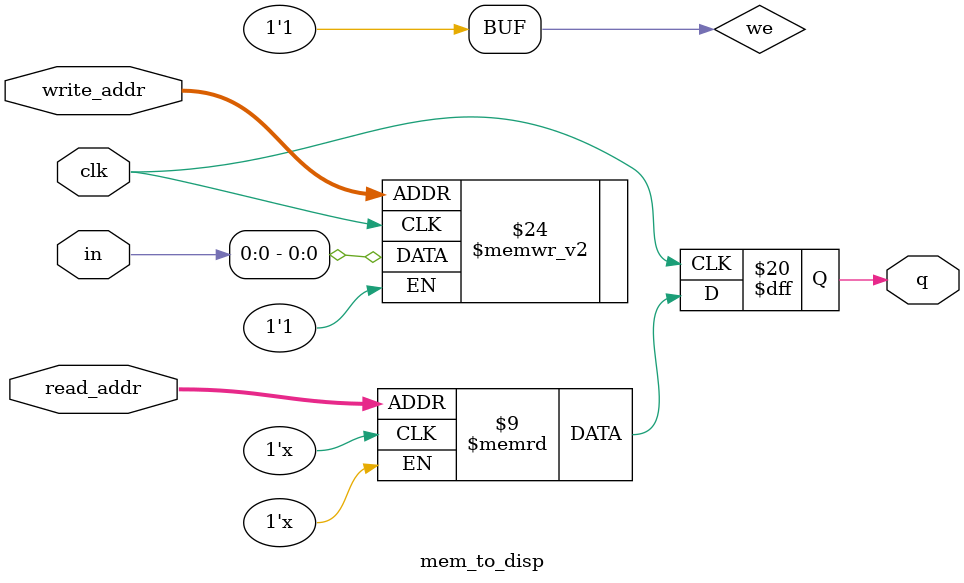
<source format=sv>

module mem_to_disp(in, clk, q, read_addr, write_addr);
input logic clk;
input logic [7:0] in;
logic ram[2**17-1:0];
logic we = 1;
output logic q;
input [(17-1):0] read_addr, write_addr;

	always @ (posedge clk)
	begin
		// Write
		if (we)
			ram[write_addr] <= in;

		// Read (if read_addr == write_addr, return OLD data).	To return
		// NEW data, use = (blocking write) rather than <= (non-blocking write)
		// in the write assignment.	 NOTE: NEW data may require extra bypass
		// logic around the RAM.
		q <= ram[read_addr];
	end
	
endmodule

</source>
